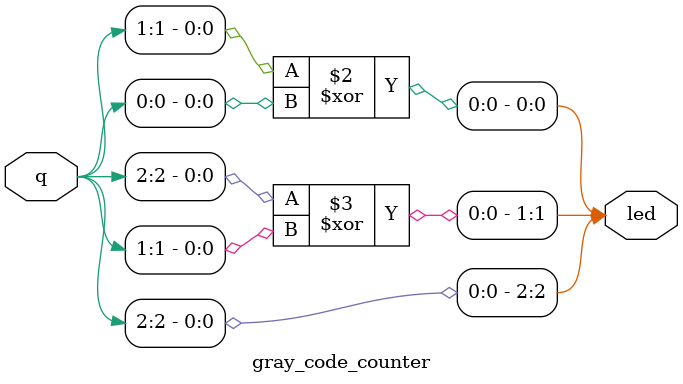
<source format=v>



module gray_code_counter(
    output reg[2:0]led,
    input [2:0]q
    );
    
    always@*
    begin
         led={q[2],q[2]^q[1],q[1]^q[0]};
    end
    
endmodule

</source>
